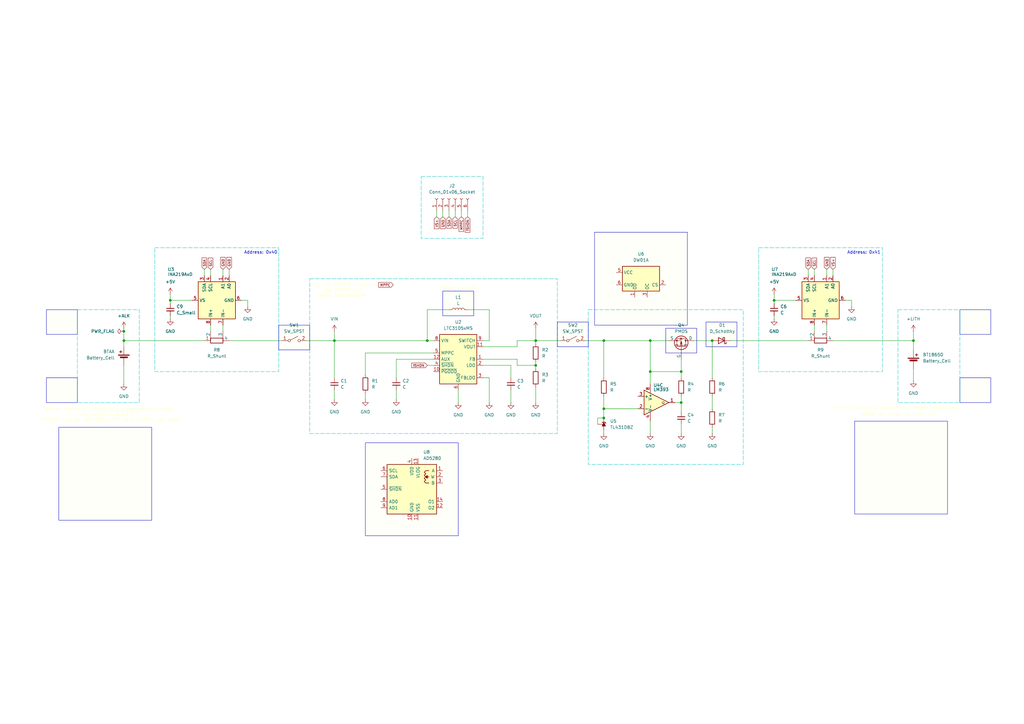
<source format=kicad_sch>
(kicad_sch (version 20250114) (generator "eeschema") (generator_version "9.0")
  (paper "A3")
  (title_block (title "Joule Thief") (date "2025-02-25") (rev "R0 V1") (company "Suneater Labs"))
  (lib_symbols
    (symbol "Battery_Management:DW01A"
      (property "Reference" "U" (at -6.604 6.35 0))
      (property "Value" "DW01A" (at 4.318 6.604 0))
      (symbol "DW01A_0_1"
        (pin power_in line (at -10.16 2.54 0) (length 2.54) (name "VCC") (number "5"))
        (pin power_in line (at -10.16 -2.54 0) (length 2.54) (name "GND") (number "6"))
        (pin output line (at -2.54 -7.62 90) (length 2.54) (name "OD") (number "1"))
        (pin output line (at 2.54 -7.62 90) (length 2.54) (name "OC") (number "3"))
        (pin input line (at 10.16 -2.54 180) (length 2.54) (name "CS") (number "2"))
      )
      (symbol "DW01A_1_1"
        (rectangle (start -7.62 5.08) (end 7.62 -5.08) (stroke (width 0.254)) (fill (type background)))
        (pin no_connect line (at 10.16 2.54 180) (length 2.54) (hide yes) (name "TD") (number "4"))
      )
    )
    (symbol "Comparator:LM393" (pin_names (offset 0.127))
      (property "Reference" "U" (at 3.81 3.81 0))
      (property "Value" "LM393" (at 6.35 -3.81 0))
      (symbol "LM393_1_1"
        (polyline (pts (xy -5.08 5.08) (xy 5.08 0) (xy -5.08 -5.08) (xy -5.08 5.08)) (stroke (width 0.254)) (fill (type background)))
        (polyline (pts (xy 3.302 -0.508) (xy 2.794 -0.508) (xy 3.302 0) (xy 2.794 0.508) (xy 2.286 0) (xy 2.794 -0.508) (xy 2.286 -0.508)) (stroke (width 0.127)))
        (pin input line (at -7.62 2.54 0) (length 2.54) (name "+") (number "3"))
        (pin input line (at -7.62 -2.54 0) (length 2.54) (name "-") (number "2"))
        (pin open_collector line (at 7.62 0 180) (length 2.54) (name "~") (number "1"))
      )
      (symbol "LM393_2_1"
        (polyline (pts (xy -5.08 5.08) (xy 5.08 0) (xy -5.08 -5.08) (xy -5.08 5.08)) (stroke (width 0.254)) (fill (type background)))
        (polyline (pts (xy 3.302 -0.508) (xy 2.794 -0.508) (xy 3.302 0) (xy 2.794 0.508) (xy 2.286 0) (xy 2.794 -0.508) (xy 2.286 -0.508)) (stroke (width 0.127)))
        (pin input line (at -7.62 2.54 0) (length 2.54) (name "+") (number "5"))
        (pin input line (at -7.62 -2.54 0) (length 2.54) (name "-") (number "6"))
        (pin open_collector line (at 7.62 0 180) (length 2.54) (name "~") (number "7"))
      )
      (symbol "LM393_3_1"
        (pin power_in line (at -2.54 7.62 270) (length 3.81) (name "V+") (number "8"))
        (pin power_in line (at -2.54 -7.62 90) (length 3.81) (name "V-") (number "4"))
      )
    )
    (symbol "Connector:Conn_01x06_Socket" (pin_names (offset 1.016) (hide yes))
      (property "Reference" "J" (at 0 7.62 0))
      (property "Value" "Conn_01x06_Socket" (at 0 -10.16 0))
      (symbol "Conn_01x06_Socket_1_1"
        (polyline (pts (xy -1.27 5.08) (xy -0.508 5.08)) (stroke (width 0.1524)))
        (polyline (pts (xy -1.27 2.54) (xy -0.508 2.54)) (stroke (width 0.1524)))
        (polyline (pts (xy -1.27 0) (xy -0.508 0)) (stroke (width 0.1524)))
        (polyline (pts (xy -1.27 -2.54) (xy -0.508 -2.54)) (stroke (width 0.1524)))
        (polyline (pts (xy -1.27 -5.08) (xy -0.508 -5.08)) (stroke (width 0.1524)))
        (polyline (pts (xy -1.27 -7.62) (xy -0.508 -7.62)) (stroke (width 0.1524)))
        (arc (start 0 4.572) (mid -0.5058 5.08) (end 0 5.588) (stroke (width 0.1524)))
        (arc (start 0 2.032) (mid -0.5058 2.54) (end 0 3.048) (stroke (width 0.1524)))
        (arc (start 0 -0.508) (mid -0.5058 0) (end 0 0.508) (stroke (width 0.1524)))
        (arc (start 0 -3.048) (mid -0.5058 -2.54) (end 0 -2.032) (stroke (width 0.1524)))
        (arc (start 0 -5.588) (mid -0.5058 -5.08) (end 0 -4.572) (stroke (width 0.1524)))
        (arc (start 0 -8.128) (mid -0.5058 -7.62) (end 0 -7.112) (stroke (width 0.1524)))
        (pin passive line (at -5.08 5.08 0) (length 3.81) (name "Pin_1") (number "1"))
        (pin passive line (at -5.08 2.54 0) (length 3.81) (name "Pin_2") (number "2"))
        (pin passive line (at -5.08 0 0) (length 3.81) (name "Pin_3") (number "3"))
        (pin passive line (at -5.08 -2.54 0) (length 3.81) (name "Pin_4") (number "4"))
        (pin passive line (at -5.08 -5.08 0) (length 3.81) (name "Pin_5") (number "5"))
        (pin passive line (at -5.08 -7.62 0) (length 3.81) (name "Pin_6") (number "6"))
      )
    )
    (symbol "Device:Battery_Cell" (pin_numbers (hide yes)) (pin_names (offset 0) (hide yes))
      (property "Reference" "BT" (at 2.54 2.54 0))
      (property "Value" "Battery_Cell" (at 2.54 0 0))
      (symbol "Battery_Cell_0_1"
        (rectangle (start -2.286 1.778) (end 2.286 1.524) (fill (type outline)))
        (rectangle (start -1.524 1.016) (end 1.524 0.508) (fill (type outline)))
        (polyline (pts (xy 0 1.778) (xy 0 2.54)))
        (polyline (pts (xy 0 0.762) (xy 0 0)))
        (polyline (pts (xy 0.762 3.048) (xy 1.778 3.048)) (stroke (width 0.254)))
        (polyline (pts (xy 1.27 3.556) (xy 1.27 2.54)) (stroke (width 0.254)))
      )
      (symbol "Battery_Cell_1_1"
        (pin passive line (at 0 5.08 270) (length 2.54) (name "+") (number "1"))
        (pin passive line (at 0 -2.54 90) (length 2.54) (name "-") (number "2"))
      )
    )
    (symbol "Device:C_Small" (pin_numbers (hide yes)) (pin_names (offset 0.254) (hide yes))
      (property "Reference" "C" (at 0.254 1.778 0))
      (property "Value" "C_Small" (at 0.254 -2.032 0))
      (symbol "C_Small_0_1"
        (polyline (pts (xy -1.524 0.508) (xy 1.524 0.508)) (stroke (width 0.3048)))
        (polyline (pts (xy -1.524 -0.508) (xy 1.524 -0.508)) (stroke (width 0.3302)))
      )
      (symbol "C_Small_1_1"
        (pin passive line (at 0 2.54 270) (length 2.032) (name "~") (number "1"))
        (pin passive line (at 0 -2.54 90) (length 2.032) (name "~") (number "2"))
      )
    )
    (symbol "Device:D_Schottky" (pin_numbers (hide yes)) (pin_names (offset 1.016) (hide yes))
      (property "Reference" "D" (at 0 2.54 0))
      (property "Value" "D_Schottky" (at 0 -2.54 0))
      (symbol "D_Schottky_0_1"
        (polyline (pts (xy -1.905 0.635) (xy -1.905 1.27) (xy -1.27 1.27) (xy -1.27 -1.27) (xy -0.635 -1.27) (xy -0.635 -0.635)) (stroke (width 0.254)))
        (polyline (pts (xy 1.27 1.27) (xy 1.27 -1.27) (xy -1.27 0) (xy 1.27 1.27)) (stroke (width 0.254)))
        (polyline (pts (xy 1.27 0) (xy -1.27 0)))
      )
      (symbol "D_Schottky_1_1"
        (pin passive line (at -3.81 0 0) (length 2.54) (name "K") (number "1"))
        (pin passive line (at 3.81 0 180) (length 2.54) (name "A") (number "2"))
      )
    )
    (symbol "Device:L" (pin_numbers (hide yes)) (pin_names (offset 1.016) (hide yes))
      (property "Reference" "L" (at -1.27 0 90))
      (property "Value" "L" (at 1.905 0 90))
      (symbol "L_0_1"
        (arc (start 0 2.54) (mid 0.6323 1.905) (end 0 1.27))
        (arc (start 0 1.27) (mid 0.6323 0.635) (end 0 0))
        (arc (start 0 0) (mid 0.6323 -0.635) (end 0 -1.27))
        (arc (start 0 -1.27) (mid 0.6323 -1.905) (end 0 -2.54))
      )
      (symbol "L_1_1"
        (pin passive line (at 0 3.81 270) (length 1.27) (name "1") (number "1"))
        (pin passive line (at 0 -3.81 90) (length 1.27) (name "2") (number "2"))
      )
    )
    (symbol "Device:R" (pin_numbers (hide yes)) (pin_names (offset 0))
      (property "Reference" "R" (at 2.032 0 90))
      (property "Value" "R" (at 0 0 90))
      (symbol "R_0_1"
        (rectangle (start -1.016 -2.54) (end 1.016 2.54) (stroke (width 0.254)))
      )
      (symbol "R_1_1"
        (pin passive line (at 0 3.81 270) (length 1.27) (name "~") (number "1"))
        (pin passive line (at 0 -3.81 90) (length 1.27) (name "~") (number "2"))
      )
    )
    (symbol "Device:R_Shunt" (pin_numbers (hide yes)) (pin_names (offset 0))
      (property "Reference" "R" (at -4.445 0 90))
      (property "Value" "R_Shunt" (at -2.54 0 90))
      (symbol "R_Shunt_0_1"
        (rectangle (start -1.016 -2.54) (end 1.016 2.54) (stroke (width 0.254)))
        (polyline (pts (xy 0 -2.54) (xy 1.27 -2.54)))
        (polyline (pts (xy 1.27 2.54) (xy 0 2.54)))
      )
      (symbol "R_Shunt_1_1"
        (pin passive line (at 0 5.08 270) (length 2.54) (name "1") (number "1"))
        (pin passive line (at 0 -5.08 90) (length 2.54) (name "4") (number "4"))
        (pin passive line (at 3.81 2.54 180) (length 2.54) (name "2") (number "2"))
        (pin passive line (at 3.81 -2.54 180) (length 2.54) (name "3") (number "3"))
      )
    )
    (symbol "Potentiometer_Digital:AD5280" (pin_names (offset 0.762))
      (property "Reference" "U" (at -7.62 11.43 0))
      (property "Value" "AD5280" (at 5.588 11.43 0))
      (symbol "AD5280_0_1"
        (rectangle (start -10.16 10.16) (end 10.16 -10.16) (stroke (width 0.254)) (fill (type background)))
        (polyline (pts (xy 6.985 7.62) (xy 5.715 7.62) (xy 5.08 6.985) (xy 5.715 6.35) (xy 5.08 5.715) (xy 5.715 5.08) (xy 5.08 4.445) (xy 5.715 3.81) (xy 5.08 3.175) (xy 5.715 2.54) (xy 6.985 2.54)) (stroke (width 0.254)))
        (polyline (pts (xy 6.985 5.08) (xy 6.35 5.08) (xy 5.715 5.08) (xy 6.35 5.715) (xy 6.35 4.445) (xy 5.715 5.08)) (stroke (width 0.254)) (fill (type outline)))
      )
      (symbol "AD5280_1_1"
        (pin input line (at -12.7 7.62 0) (length 2.54) (name "SCL") (number "6"))
        (pin bidirectional line (at -12.7 5.08 0) (length 2.54) (name "SDA") (number "7"))
        (pin input line (at -12.7 0 0) (length 2.54) (name "~{SHDN}") (number "5"))
        (pin input line (at -12.7 -5.08 0) (length 2.54) (name "AD0") (number "8"))
        (pin input line (at -12.7 -7.62 0) (length 2.54) (name "AD1") (number "9"))
        (pin power_in line (at 0 12.7 270) (length 2.54) (name "VDD") (number "4"))
        (pin power_in line (at 0 -12.7 90) (length 2.54) (name "GND") (number "10"))
        (pin power_in line (at 2.54 12.7 270) (length 2.54) (name "VLOG") (number "13"))
        (pin power_in line (at 2.54 -12.7 90) (length 2.54) (name "VSS") (number "11"))
        (pin passive line (at 12.7 7.62 180) (length 2.54) (name "A") (number "1"))
        (pin passive line (at 12.7 5.08 180) (length 2.54) (name "W") (number "2"))
        (pin passive line (at 12.7 2.54 180) (length 2.54) (name "B") (number "3"))
        (pin output line (at 12.7 -5.08 180) (length 2.54) (name "O1") (number "14"))
        (pin output line (at 12.7 -7.62 180) (length 2.54) (name "O2") (number "12"))
      )
    )
    (symbol "Reference_Voltage:TL431DBZ" (pin_numbers (hide yes)) (pin_names (hide yes))
      (property "Reference" "U" (at -2.54 2.54 0))
      (property "Value" "TL431DBZ" (at 0 -2.54 0))
      (symbol "TL431DBZ_0_1"
        (polyline (pts (xy -1.27 0) (xy 0 0) (xy 1.27 0)))
        (polyline (pts (xy -0.762 -0.762) (xy -0.762 0.762) (xy 0.762 0) (xy -0.762 -0.762)) (fill (type outline)))
        (polyline (pts (xy 0.254 -0.762) (xy 0.762 -0.762) (xy 0.762 0.762) (xy 0.762 0.762)) (stroke (width 0.254)))
      )
      (symbol "TL431DBZ_1_1"
        (pin passive line (at -2.54 0 0) (length 2.54) (name "A") (number "3"))
        (pin passive line (at 0 2.54 270) (length 2.54) (name "REF") (number "2"))
        (pin passive line (at 2.54 0 180) (length 2.54) (name "K") (number "1"))
      )
    )
    (symbol "Regulator_Switching:LTC3105xMS"
      (property "Reference" "U" (at -6.35 11.43 0))
      (property "Value" "LTC3105xMS" (at 5.08 11.43 0))
      (symbol "LTC3105xMS_0_0"
        (pin power_in line (at -10.16 7.62 0) (length 2.54) (name "VIN") (number "8"))
        (pin input line (at -10.16 2.54 0) (length 2.54) (name "MPPC") (number "5"))
        (pin output line (at -10.16 0 0) (length 2.54) (name "AUX") (number "12"))
        (pin input line (at -10.16 -2.54 0) (length 2.54) (name "~{SHDN}") (number "4"))
        (pin open_collector line (at -10.16 -5.08 0) (length 2.54) (name "~{PGOOD}") (number "10"))
        (pin power_in line (at 0 -12.7 90) (length 2.54) (name "GND") (number "6"))
        (pin passive line (at 0 -12.7 90) (length 2.54) (hide yes) (name "GND") (number "7"))
        (pin passive line (at 10.16 7.62 180) (length 2.54) (name "SWITCH") (number "9"))
        (pin power_out line (at 10.16 5.08 180) (length 2.54) (name "VOUT") (number "11"))
        (pin input line (at 10.16 0 180) (length 2.54) (name "FB") (number "1"))
        (pin output line (at 10.16 -2.54 180) (length 2.54) (name "LDO") (number "2"))
        (pin input line (at 10.16 -7.62 180) (length 2.54) (name "FBLDO") (number "3"))
      )
      (symbol "LTC3105xMS_0_1"
        (rectangle (start -7.62 -10.16) (end 7.62 10.16) (stroke (width 0.254)) (fill (type background)))
      )
    )
    (symbol "Sensor_Energy:INA219AxD"
      (property "Reference" "U" (at -6.35 8.89 0))
      (property "Value" "INA219AxD" (at 5.08 8.89 0))
      (symbol "INA219AxD_0_1"
        (rectangle (start -7.62 7.62) (end 7.62 -7.62) (stroke (width 0.254)) (fill (type background)))
      )
      (symbol "INA219AxD_1_1"
        (pin input line (at -10.16 2.54 0) (length 2.54) (name "IN+") (number "8"))
        (pin input line (at -10.16 -2.54 0) (length 2.54) (name "IN-") (number "7"))
        (pin power_in line (at 0 10.16 270) (length 2.54) (name "VS") (number "5"))
        (pin power_in line (at 0 -10.16 90) (length 2.54) (name "GND") (number "6"))
        (pin bidirectional line (at 10.16 5.08 180) (length 2.54) (name "SDA") (number "3"))
        (pin input line (at 10.16 2.54 180) (length 2.54) (name "SCL") (number "4"))
        (pin input line (at 10.16 -2.54 180) (length 2.54) (name "A1") (number "1"))
        (pin input line (at 10.16 -5.08 180) (length 2.54) (name "A0") (number "2"))
      )
    )
    (symbol "Simulation_SPICE:PMOS" (pin_numbers (hide yes)) (pin_names (offset 0))
      (property "Reference" "Q" (at 5.08 1.27 0))
      (property "Value" "PMOS" (at 5.08 -1.27 0))
      (symbol "PMOS_0_1"
        (polyline (pts (xy 0.254 1.905) (xy 0.254 -1.905)) (stroke (width 0.254)))
        (polyline (pts (xy 0.254 0) (xy -2.54 0)))
        (polyline (pts (xy 0.762 2.286) (xy 0.762 1.27)) (stroke (width 0.254)))
        (polyline (pts (xy 0.762 1.778) (xy 3.302 1.778) (xy 3.302 -1.778) (xy 0.762 -1.778)))
        (polyline (pts (xy 0.762 0.508) (xy 0.762 -0.508)) (stroke (width 0.254)))
        (polyline (pts (xy 0.762 -1.27) (xy 0.762 -2.286)) (stroke (width 0.254)))
        (circle (center 1.651 0) (radius 2.794) (stroke (width 0.254)))
        (polyline (pts (xy 2.286 0) (xy 1.27 0.381) (xy 1.27 -0.381) (xy 2.286 0)) (fill (type outline)))
        (polyline (pts (xy 2.54 2.54) (xy 2.54 1.778)))
        (circle (center 2.54 1.778) (radius 0.254) (fill (type outline)))
        (circle (center 2.54 -1.778) (radius 0.254) (fill (type outline)))
        (polyline (pts (xy 2.54 -2.54) (xy 2.54 0) (xy 0.762 0)))
        (polyline (pts (xy 2.794 -0.508) (xy 2.921 -0.381) (xy 3.683 -0.381) (xy 3.81 -0.254)))
        (polyline (pts (xy 3.302 -0.381) (xy 2.921 0.254) (xy 3.683 0.254) (xy 3.302 -0.381)))
      )
      (symbol "PMOS_1_1"
        (pin input line (at -5.08 0 0) (length 2.54) (name "G") (number "2"))
        (pin passive line (at 2.54 5.08 270) (length 2.54) (name "D") (number "1"))
        (pin passive line (at 2.54 -5.08 90) (length 2.54) (name "S") (number "3"))
      )
    )
    (symbol "Switch:SW_SPST" (pin_names (offset 0) (hide yes))
      (property "Reference" "SW" (at 0 3.175 0))
      (property "Value" "SW_SPST" (at 0 -2.54 0))
      (symbol "SW_SPST_0_0"
        (circle (center -2.032 0) (radius 0.508))
        (polyline (pts (xy -1.524 0.254) (xy 1.524 1.778)))
        (circle (center 2.032 0) (radius 0.508))
      )
      (symbol "SW_SPST_1_1"
        (pin passive line (at -5.08 0 0) (length 2.54) (name "A") (number "1"))
        (pin passive line (at 5.08 0 180) (length 2.54) (name "B") (number "2"))
      )
    )
    (symbol "power:+5V" (power) (pin_numbers (hide yes)) (pin_names (offset 0) (hide yes))
      (property "Value" "+5V" (at 0 3.556 0))
      (symbol "+5V_0_1"
        (polyline (pts (xy -0.762 1.27) (xy 0 2.54)))
        (polyline (pts (xy 0 2.54) (xy 0.762 1.27)))
        (polyline (pts (xy 0 0) (xy 0 2.54)))
      )
      (symbol "+5V_1_1"
        (pin power_in line (at 0 0 90) (length 0) (name "~") (number "1"))
      )
    )
    (symbol "power:+BATT" (power) (pin_numbers (hide yes)) (pin_names (offset 0) (hide yes))
      (property "Value" "+BATT" (at 0 3.556 0))
      (symbol "+BATT_0_1"
        (polyline (pts (xy -0.762 1.27) (xy 0 2.54)))
        (polyline (pts (xy 0 2.54) (xy 0.762 1.27)))
        (polyline (pts (xy 0 0) (xy 0 2.54)))
      )
      (symbol "+BATT_1_1"
        (pin power_in line (at 0 0 90) (length 0) (name "~") (number "1"))
      )
    )
    (symbol "power:GND" (power) (pin_numbers (hide yes)) (pin_names (offset 0) (hide yes))
      (property "Value" "GND" (at 0 -3.81 0))
      (symbol "GND_0_1"
        (polyline (pts (xy 0 0) (xy 0 -1.27) (xy 1.27 -1.27) (xy 0 -2.54) (xy -1.27 -1.27) (xy 0 -1.27)))
      )
      (symbol "GND_1_1"
        (pin power_in line (at 0 0 270) (length 0) (name "~") (number "1"))
      )
    )
    (symbol "power:PWR_FLAG" (power) (pin_numbers (hide yes)) (pin_names (offset 0) (hide yes))
      (property "Value" "PWR_FLAG" (at 0 3.81 0))
      (symbol "PWR_FLAG_0_0"
        (pin power_out line (at 0 0 90) (length 0) (name "~") (number "1"))
      )
      (symbol "PWR_FLAG_0_1"
        (polyline (pts (xy 0 0) (xy 0 1.27) (xy -1.016 1.905) (xy 0 2.54) (xy 1.016 1.905) (xy 0 1.27)))
      )
    )
    (symbol "power:VBUS" (power) (pin_numbers (hide yes)) (pin_names (offset 0) (hide yes))
      (property "Value" "VBUS" (at 0 3.556 0))
      (symbol "VBUS_0_1"
        (polyline (pts (xy -0.762 1.27) (xy 0 2.54)))
        (polyline (pts (xy 0 2.54) (xy 0.762 1.27)))
        (polyline (pts (xy 0 0) (xy 0 2.54)))
      )
      (symbol "VBUS_1_1"
        (pin power_in line (at 0 0 90) (length 0) (name "~") (number "1"))
      )
    )
  )
  (rectangle (start 19.05 154.94) (end 31.75 165.1) (fill (type color) (color 255 255 194 0.1)))
  (rectangle (start 181.61 119.38) (end 194.31 129.54) (fill (type color) (color 255 255 194 0.1)))
  (rectangle (start 228.6 132.08) (end 241.3 142.24) (fill (type color) (color 255 255 194 0.1)))
  (rectangle (start 350.52 172.72) (end 388.62 210.82) (fill (type color) (color 255 255 194 0.1)))
  (rectangle (start 63.5 101.6) (end 114.3 152.4) (stroke (width 0) (type dash) (color 0 194 194 1)))
  (rectangle (start 31.75 127) (end 57.15 165.1) (stroke (width 0) (type dash) (color 0 194 194 1)))
  (rectangle (start 241.3 127) (end 304.8 190.5) (stroke (width 0) (type dash) (color 0 194 194 1)))
  (rectangle (start 24.13 175.26) (end 62.23 213.36) (fill (type color) (color 255 255 194 0.1)))
  (rectangle (start 273.05 134.62) (end 285.75 144.78) (fill (type color) (color 255 255 194 0.1)))
  (rectangle (start 393.7 154.94) (end 406.4 165.1) (fill (type color) (color 255 255 194 0.1)))
  (rectangle (start 289.56 132.08) (end 302.26 142.24) (fill (type color) (color 255 255 194 0.1)))
  (rectangle (start 114.3 133.35) (end 127 143.51) (fill (type color) (color 255 255 194 0.1)))
  (rectangle (start 127 114.3) (end 228.6 177.8) (stroke (width 0) (type dash) (color 0 194 194 1)))
  (rectangle (start 243.84 95.25) (end 281.94 133.35) (fill (type color) (color 255 255 194 0.1)))
  (rectangle (start 311.15 101.6) (end 361.95 152.4) (stroke (width 0) (type dash) (color 0 194 194 1)))
  (rectangle (start 393.7 127) (end 406.4 137.16) (fill (type color) (color 255 255 194 0.1)))
  (rectangle (start 19.05 127) (end 31.75 137.16) (fill (type color) (color 255 255 194 0.1)))
  (rectangle (start 368.3 127) (end 393.7 165.1) (stroke (width 0) (type dash) (color 0 194 194 1)))
  (rectangle (start 172.72 72.39) (end 198.12 97.79) (stroke (width 0) (type dash) (color 0 194 194 1)))
  (rectangle (start 149.86 181.61) (end 187.96 219.71) (fill (type color) (color 255 255 194 0.1)))
  (text "Use PGOOD pin?" (at 140.716 119.126 0) (effects (font (size 1.27 1.27))))
  (text "Terminal Blocks to connect to a proper battery holder" (at 43.942 167.894 0) (effects (font (size 1.27 1.27))))
  (text "Address: 0x41" (at 354.33 103.632 0) (effects (font (size 1.27 1.27))))
  (text "cell holder on board or?\nIntention is to be compatible with many alkaline cell sizes" (at 44.704 171.196 0) (effects (font (size 1.27 1.27))))
  (text "18650 cell holder on board or?" (at 368.3 170.18 0) (effects (font (size 1.27 1.27))))
  (text "Address: 0x40" (at 106.934 103.632 0) (effects (font (size 1.27 1.27))))
  (text "Proper Inductor" (at 187.96 118.11 0) (effects (font (size 1.27 1.27))))
  (text "Digital Potentiometer" (at 140.208 121.412 0) (effects (font (size 1.27 1.27))))
  (text "Terminal Blocks to connect to a proper battery pack" (at 367.538 167.386 0) (effects (font (size 1.27 1.27))))
  (text "Use the SHDN pin instead\n" (at 140.716 116.84 0) (effects (font (size 1.27 1.27))))
  (junction (at 247.65 171.45))
  (junction (at 374.65 139.7))
  (junction (at 279.4 165.1))
  (junction (at 175.26 139.7))
  (junction (at 247.65 139.7))
  (junction (at 219.71 149.86))
  (junction (at 247.65 167.64))
  (junction (at 317.5 123.19))
  (junction (at 266.7 152.4))
  (junction (at 50.8 135.89))
  (junction (at 219.71 139.7))
  (junction (at 266.7 139.7))
  (junction (at 292.1 139.7))
  (junction (at 69.85 123.19))
  (junction (at 279.4 152.4))
  (junction (at 137.16 139.7))
  (junction (at 50.8 139.7))
  (wire (pts (xy 149.86 144.78) (xy 149.86 153.67)))
  (wire (pts (xy 198.12 142.24) (xy 212.09 142.24)))
  (wire (pts (xy 86.36 133.35) (xy 86.36 135.89)))
  (wire (pts (xy 83.82 110.49) (xy 83.82 113.03)))
  (wire (pts (xy 184.15 86.36) (xy 184.15 88.9)))
  (wire (pts (xy 187.96 160.02) (xy 187.96 165.1)))
  (wire (pts (xy 374.65 135.89) (xy 374.65 139.7)))
  (wire (pts (xy 198.12 149.86) (xy 209.55 149.86)))
  (wire (pts (xy 50.8 139.7) (xy 83.82 139.7)))
  (wire (pts (xy 149.86 161.29) (xy 149.86 163.83)))
  (wire (pts (xy 292.1 177.8) (xy 292.1 175.26)))
  (wire (pts (xy 209.55 160.02) (xy 209.55 165.1)))
  (wire (pts (xy 69.85 123.19) (xy 69.85 124.46)))
  (wire (pts (xy 162.56 147.32) (xy 162.56 154.94)))
  (wire (pts (xy 339.09 133.35) (xy 339.09 135.89)))
  (wire (pts (xy 334.01 110.49) (xy 334.01 113.03)))
  (wire (pts (xy 198.12 147.32) (xy 212.09 147.32)))
  (wire (pts (xy 279.4 173.99) (xy 279.4 177.8)))
  (wire (pts (xy 279.4 165.1) (xy 279.4 168.91)))
  (wire (pts (xy 266.7 152.4) (xy 266.7 157.48)))
  (wire (pts (xy 247.65 139.7) (xy 266.7 139.7)))
  (wire (pts (xy 292.1 167.64) (xy 292.1 162.56)))
  (wire (pts (xy 175.26 127) (xy 184.15 127)))
  (wire (pts (xy 219.71 148.59) (xy 219.71 149.86)))
  (wire (pts (xy 245.11 173.99) (xy 245.11 171.45)))
  (wire (pts (xy 101.6 123.19) (xy 101.6 125.73)))
  (wire (pts (xy 175.26 139.7) (xy 177.8 139.7)))
  (wire (pts (xy 266.7 139.7) (xy 266.7 152.4)))
  (wire (pts (xy 219.71 149.86) (xy 219.71 151.13)))
  (wire (pts (xy 339.09 110.49) (xy 339.09 113.03)))
  (wire (pts (xy 137.16 135.89) (xy 137.16 139.7)))
  (wire (pts (xy 299.72 139.7) (xy 331.47 139.7)))
  (wire (pts (xy 349.25 123.19) (xy 349.25 125.73)))
  (wire (pts (xy 317.5 129.54) (xy 317.5 130.81)))
  (wire (pts (xy 279.4 154.94) (xy 279.4 152.4)))
  (wire (pts (xy 247.65 154.94) (xy 247.65 139.7)))
  (wire (pts (xy 247.65 176.53) (xy 247.65 177.8)))
  (wire (pts (xy 93.98 139.7) (xy 115.57 139.7)))
  (wire (pts (xy 99.06 123.19) (xy 101.6 123.19)))
  (wire (pts (xy 331.47 110.49) (xy 331.47 113.03)))
  (wire (pts (xy 86.36 110.49) (xy 86.36 113.03)))
  (wire (pts (xy 125.73 139.7) (xy 137.16 139.7)))
  (wire (pts (xy 292.1 139.7) (xy 284.48 139.7)))
  (wire (pts (xy 175.26 149.86) (xy 177.8 149.86)))
  (wire (pts (xy 219.71 139.7) (xy 219.71 140.97)))
  (wire (pts (xy 374.65 139.7) (xy 374.65 143.51)))
  (wire (pts (xy 247.65 167.64) (xy 261.62 167.64)))
  (wire (pts (xy 212.09 142.24) (xy 212.09 139.7)))
  (wire (pts (xy 93.98 110.49) (xy 93.98 113.03)))
  (wire (pts (xy 247.65 171.45) (xy 247.65 167.64)))
  (wire (pts (xy 91.44 110.49) (xy 91.44 113.03)))
  (wire (pts (xy 181.61 86.36) (xy 181.61 88.9)))
  (wire (pts (xy 209.55 149.86) (xy 209.55 154.94)))
  (wire (pts (xy 137.16 139.7) (xy 175.26 139.7)))
  (wire (pts (xy 219.71 139.7) (xy 229.87 139.7)))
  (wire (pts (xy 212.09 139.7) (xy 219.71 139.7)))
  (wire (pts (xy 334.01 133.35) (xy 334.01 135.89)))
  (wire (pts (xy 198.12 139.7) (xy 200.66 139.7)))
  (wire (pts (xy 317.5 123.19) (xy 326.39 123.19)))
  (wire (pts (xy 162.56 160.02) (xy 162.56 163.83)))
  (wire (pts (xy 266.7 139.7) (xy 274.32 139.7)))
  (wire (pts (xy 245.11 171.45) (xy 247.65 171.45)))
  (wire (pts (xy 219.71 165.1) (xy 219.71 158.75)))
  (wire (pts (xy 200.66 154.94) (xy 200.66 165.1)))
  (wire (pts (xy 189.23 86.36) (xy 189.23 88.9)))
  (wire (pts (xy 317.5 123.19) (xy 317.5 124.46)))
  (wire (pts (xy 279.4 162.56) (xy 279.4 165.1)))
  (wire (pts (xy 69.85 129.54) (xy 69.85 130.81)))
  (wire (pts (xy 91.44 133.35) (xy 91.44 135.89)))
  (wire (pts (xy 317.5 120.65) (xy 317.5 123.19)))
  (wire (pts (xy 341.63 110.49) (xy 341.63 113.03)))
  (wire (pts (xy 276.86 165.1) (xy 279.4 165.1)))
  (wire (pts (xy 374.65 151.13) (xy 374.65 156.21)))
  (wire (pts (xy 292.1 139.7) (xy 292.1 154.94)))
  (wire (pts (xy 69.85 120.65) (xy 69.85 123.19)))
  (wire (pts (xy 69.85 123.19) (xy 78.74 123.19)))
  (wire (pts (xy 50.8 135.89) (xy 50.8 139.7)))
  (wire (pts (xy 212.09 147.32) (xy 212.09 149.86)))
  (wire (pts (xy 212.09 149.86) (xy 219.71 149.86)))
  (wire (pts (xy 266.7 172.72) (xy 266.7 177.8)))
  (wire (pts (xy 346.71 123.19) (xy 349.25 123.19)))
  (wire (pts (xy 50.8 139.7) (xy 50.8 142.24)))
  (wire (pts (xy 341.63 139.7) (xy 374.65 139.7)))
  (wire (pts (xy 186.69 86.36) (xy 186.69 88.9)))
  (wire (pts (xy 177.8 144.78) (xy 149.86 144.78)))
  (wire (pts (xy 200.66 127) (xy 200.66 139.7)))
  (wire (pts (xy 247.65 162.56) (xy 247.65 167.64)))
  (wire (pts (xy 198.12 154.94) (xy 200.66 154.94)))
  (wire (pts (xy 137.16 139.7) (xy 137.16 154.94)))
  (wire (pts (xy 240.03 139.7) (xy 247.65 139.7)))
  (wire (pts (xy 50.8 149.86) (xy 50.8 157.48)))
  (wire (pts (xy 279.4 147.32) (xy 279.4 152.4)))
  (wire (pts (xy 179.07 86.36) (xy 179.07 88.9)))
  (wire (pts (xy 177.8 147.32) (xy 162.56 147.32)))
  (wire (pts (xy 50.8 134.62) (xy 50.8 135.89)))
  (wire (pts (xy 266.7 152.4) (xy 279.4 152.4)))
  (wire (pts (xy 191.77 86.36) (xy 191.77 88.9)))
  (wire (pts (xy 219.71 134.62) (xy 219.71 139.7)))
  (wire (pts (xy 191.77 127) (xy 200.66 127)))
  (wire (pts (xy 137.16 160.02) (xy 137.16 163.83)))
  (wire (pts (xy 175.26 139.7) (xy 175.26 127)))
  (global_label "GND" (shape input) (at 181.61 88.9 270) (effects (font (size 1 1))) (property "Intersheetrefs" "${INTERSHEET_REFS}" (effects (hide yes))))
  (global_label "GND" (shape input) (at 339.09 110.49 90) (effects (font (size 1 1))) (property "Intersheetrefs" "${INTERSHEET_REFS}" (effects (hide yes))))
  (global_label "SDA" (shape input) (at 184.15 88.9 270) (effects (font (size 1 1))) (property "Intersheetrefs" "${INTERSHEET_REFS}" (effects (hide yes))))
  (global_label "VS+" (shape input) (at 179.07 88.9 270) (effects (font (size 1 1))) (property "Intersheetrefs" "${INTERSHEET_REFS}" (effects (hide yes))))
  (global_label "MPPC" (shape input) (at 161.29 116.84 180) (effects (font (size 1 1))) (property "Intersheetrefs" "${INTERSHEET_REFS}" (effects (hide yes))))
  (global_label "!SHDN" (shape input) (at 175.26 149.86 180) (effects (font (size 1 1))) (property "Intersheetrefs" "${INTERSHEET_REFS}" (effects (hide yes))))
  (global_label "SCL" (shape input) (at 86.36 110.49 90) (effects (font (size 1 1))) (property "Intersheetrefs" "${INTERSHEET_REFS}" (effects (hide yes))))
  (global_label "GND" (shape input) (at 93.98 110.49 90) (effects (font (size 1 1))) (property "Intersheetrefs" "${INTERSHEET_REFS}" (effects (hide yes))))
  (global_label "MPPC" (shape input) (at 189.23 88.9 270) (effects (font (size 1 1))) (property "Intersheetrefs" "${INTERSHEET_REFS}" (effects (hide yes))))
  (global_label "SDA" (shape input) (at 83.82 110.49 90) (effects (font (size 1 1))) (property "Intersheetrefs" "${INTERSHEET_REFS}" (effects (hide yes))))
  (global_label "SCL" (shape input) (at 334.01 110.49 90) (effects (font (size 1 1))) (property "Intersheetrefs" "${INTERSHEET_REFS}" (effects (hide yes))))
  (global_label "SDA" (shape input) (at 331.47 110.49 90) (effects (font (size 1 1))) (property "Intersheetrefs" "${INTERSHEET_REFS}" (effects (hide yes))))
  (global_label "GND" (shape input) (at 91.44 110.49 90) (effects (font (size 1 1))) (property "Intersheetrefs" "${INTERSHEET_REFS}" (effects (hide yes))))
  (global_label "SCL" (shape input) (at 186.69 88.9 270) (effects (font (size 1 1))) (property "Intersheetrefs" "${INTERSHEET_REFS}" (effects (hide yes))))
  (global_label "VS+" (shape input) (at 341.63 110.49 90) (effects (font (size 1 1))) (property "Intersheetrefs" "${INTERSHEET_REFS}" (effects (hide yes))))
  (global_label "!SHDN" (shape input) (at 191.77 88.9 270) (effects (font (size 1 1))) (property "Intersheetrefs" "${INTERSHEET_REFS}" (effects (hide yes))))
  (symbol (lib_id "power:GND") (at 266.7 177.8 0) (unit 1)
    (property "Reference" "#PWR012" (effects (hide yes)))
    (property "Value" "GND" (at 266.7 182.88 0))
    (property "Description" "Power symbol creates a global label with name \"GND\" , ground" (effects (hide yes)))
  )
  (symbol (lib_id "power:GND") (at 349.25 125.73 0) (unit 1)
    (property "Reference" "#PWR023" (effects (hide yes)))
    (property "Value" "GND" (at 349.25 130.81 0))
    (property "Description" "Power symbol creates a global label with name \"GND\" , ground" (effects (hide yes)))
  )
  (symbol (lib_id "power:GND") (at 317.5 130.81 0) (unit 1)
    (property "Reference" "#PWR022" (effects (hide yes)))
    (property "Value" "GND" (at 317.5 135.89 0))
    (property "Description" "Power symbol creates a global label with name \"GND\" , ground" (effects (hide yes)))
  )
  (symbol (lib_id "Regulator_Switching:LTC3105xMS") (at 187.96 147.32 0) (unit 1)
    (property "Reference" "U2" (at 187.96 132.08 0))
    (property "Value" "LTC3105xMS" (at 187.96 134.62 0))
    (property "Footprint" "Package_SO:MSOP-12_3x4mm_P0.65mm" (effects (hide yes)))
    (property "Datasheet" "https://www.analog.com/media/en/technical-documentation/data-sheets/3105fb.pdf" (effects (hide yes)))
    (property "Description" "400mA Step-Up DC/DC Converter with Maximum Power Point Control and 250mV Start-Up, MSOP-12" (effects (hide yes)))
  )
  (symbol (lib_id "power:GND") (at 374.65 156.21 0) (unit 1)
    (property "Reference" "#PWR016" (effects (hide yes)))
    (property "Value" "GND" (at 374.65 161.29 0))
    (property "Description" "Power symbol creates a global label with name \"GND\" , ground" (effects (hide yes)))
  )
  (symbol (lib_id "Simulation_SPICE:PMOS") (at 279.4 142.24 270) (mirror x) (unit 1)
    (property "Reference" "Q4" (at 279.4 133.35 90))
    (property "Value" "PMOS" (at 279.4 135.89 90))
    (property "Datasheet" "https://ngspice.sourceforge.io/docs/ngspice-html-manual/manual.xhtml#cha_MOSFETs" (effects (hide yes)))
    (property "Description" "P-MOSFET transistor, drain/source/gate" (effects (hide yes)))
    (property "Sim.Device" "PMOS" (effects (hide yes)))
    (property "Sim.Type" "VDMOS" (effects (hide yes)))
    (property "Sim.Pins" "1=D 2=G 3=S" (effects (hide yes)))
  )
  (symbol (lib_id "Device:R") (at 292.1 158.75 0) (unit 1)
    (property "Reference" "R6" (at 294.64 157.4799 0) (effects (justify left)))
    (property "Value" "R" (at 294.64 160.0199 0) (effects (justify left)))
    (property "Description" "Resistor" (effects (hide yes)))
  )
  (symbol (lib_id "Device:C_Small") (at 209.55 157.48 0) (unit 1)
    (property "Reference" "C3" (at 212.09 156.2162 0) (effects (justify left)))
    (property "Value" "C" (at 212.09 158.7562 0) (effects (justify left)))
    (property "Description" "Unpolarized capacitor, small symbol" (effects (hide yes)))
  )
  (symbol (lib_id "Device:C_Small") (at 162.56 157.48 0) (unit 1)
    (property "Reference" "C2" (at 165.1 156.2162 0) (effects (justify left)))
    (property "Value" "C" (at 165.1 158.7562 0) (effects (justify left)))
    (property "Description" "Unpolarized capacitor, small symbol" (effects (hide yes)))
  )
  (symbol (lib_id "power:GND") (at 137.16 163.83 0) (unit 1)
    (property "Reference" "#PWR03" (effects (hide yes)))
    (property "Value" "GND" (at 137.16 168.91 0))
    (property "Description" "Power symbol creates a global label with name \"GND\" , ground" (effects (hide yes)))
  )
  (symbol (lib_id "power:GND") (at 247.65 177.8 0) (unit 1)
    (property "Reference" "#PWR014" (effects (hide yes)))
    (property "Value" "GND" (at 247.65 182.88 0))
    (property "Description" "Power symbol creates a global label with name \"GND\" , ground" (effects (hide yes)))
  )
  (symbol (lib_id "Comparator:LM393") (at 269.24 165.1 0) (unit 1)
    (property "Reference" "U4" (effects (hide yes)))
    (property "Value" "LM393" (effects (hide yes)))
    (property "Datasheet" "http://www.ti.com/lit/ds/symlink/lm393.pdf" (effects (hide yes)))
    (property "Description" "Low-Power, Low-Offset Voltage, Dual Comparators, DIP-8/SOIC-8/TO-99-8" (effects (hide yes)))
  )
  (symbol (lib_id "power:GND") (at 162.56 163.83 0) (unit 1)
    (property "Reference" "#PWR05" (effects (hide yes)))
    (property "Value" "GND" (at 162.56 168.91 0))
    (property "Description" "Power symbol creates a global label with name \"GND\" , ground" (effects (hide yes)))
  )
  (symbol (lib_id "Connector:Conn_01x06_Socket") (at 184.15 81.28 90) (unit 1)
    (property "Reference" "J2" (at 185.42 76.2 90))
    (property "Value" "Conn_01x06_Socket" (at 185.42 78.74 90))
    (property "Description" "Generic connector, single row, 01x06, script generated" (effects (hide yes)))
  )
  (symbol (lib_id "power:GND") (at 187.96 165.1 0) (unit 1)
    (property "Reference" "#PWR06" (effects (hide yes)))
    (property "Value" "GND" (at 187.96 170.18 0))
    (property "Description" "Power symbol creates a global label with name \"GND\" , ground" (effects (hide yes)))
  )
  (symbol (lib_id "Reference_Voltage:TL431DBZ") (at 247.65 173.99 90) (unit 1)
    (property "Reference" "U5" (at 250.19 172.7199 90) (effects (justify right)))
    (property "Value" "TL431DBZ" (at 250.19 175.2599 90) (effects (justify right)))
    (property "Footprint" "Package_TO_SOT_SMD:SOT-23" (effects (hide yes)))
    (property "Datasheet" "http://www.ti.com/lit/ds/symlink/tl431.pdf" (effects (hide yes)))
    (property "Description" "Shunt Regulator, SOT-23" (effects (hide yes)))
  )
  (symbol (lib_id "Device:Battery_Cell") (at 50.8 147.32 0) (mirror y) (unit 1)
    (property "Reference" "BTAA" (at 46.99 144.2084 0) (effects (justify left)))
    (property "Value" "Battery_Cell" (at 46.99 146.7484 0) (effects (justify left)))
    (property "Description" "Single-cell battery" (effects (hide yes)))
  )
  (symbol (lib_id "power:GND") (at 200.66 165.1 0) (unit 1)
    (property "Reference" "#PWR08" (effects (hide yes)))
    (property "Value" "GND" (at 200.66 170.18 0))
    (property "Description" "Power symbol creates a global label with name \"GND\" , ground" (effects (hide yes)))
  )
  (symbol (lib_id "power:VBUS") (at 219.71 134.62 0) (unit 1)
    (property "Reference" "#PWR011" (effects (hide yes)))
    (property "Value" "VOUT" (at 219.71 129.54 0))
    (property "Description" "Power symbol creates a global label with name \"VBUS\"" (effects (hide yes)))
  )
  (symbol (lib_id "power:GND") (at 101.6 125.73 0) (unit 1)
    (property "Reference" "#PWR018" (effects (hide yes)))
    (property "Value" "GND" (at 101.6 130.81 0))
    (property "Description" "Power symbol creates a global label with name \"GND\" , ground" (effects (hide yes)))
  )
  (symbol (lib_id "Device:C_Small") (at 69.85 127 0) (unit 1)
    (property "Reference" "C9" (at 72.39 125.7362 0) (effects (justify left)))
    (property "Value" "C_Small" (at 72.39 128.2762 0) (effects (justify left)))
    (property "Description" "Unpolarized capacitor, small symbol" (effects (hide yes)))
  )
  (symbol (lib_id "Device:R_Shunt") (at 88.9 139.7 90) (unit 1)
    (property "Reference" "R8" (at 88.9 143.51 90))
    (property "Value" "R_Shunt" (at 88.9 146.05 90))
    (property "Description" "Shunt resistor" (effects (hide yes)))
  )
  (symbol (lib_id "power:+BATT") (at 374.65 135.89 0) (unit 1)
    (property "Reference" "#PWR017" (effects (hide yes)))
    (property "Value" "+LITH" (at 374.65 130.81 0))
    (property "Description" "Power symbol creates a global label with name \"+BATT\"" (effects (hide yes)))
  )
  (symbol (lib_id "Potentiometer_Digital:AD5280") (at 168.91 200.66 0) (unit 1)
    (property "Reference" "U8" (at 173.5933 185.42 0) (effects (justify left)))
    (property "Value" "AD5280" (at 173.5933 187.96 0) (effects (justify left)))
    (property "Footprint" "Package_SO:TSSOP-14_4.4x5mm_P0.65mm" (effects (hide yes)))
    (property "Datasheet" "https://www.analog.com/media/en/technical-documentation/data-sheets/AD5280_5282.pdf" (effects (hide yes)))
    (property "Description" "Digital potentiometer, 256 position, single output, I2C interface" (effects (hide yes)))
  )
  (symbol (lib_id "power:PWR_FLAG") (at 50.8 135.89 90) (unit 1)
    (property "Reference" "#FLG01" (effects (hide yes)))
    (property "Value" "PWR_FLAG" (at 46.99 135.8899 90) (effects (justify left)))
    (property "Description" "Special symbol for telling ERC where power comes from" (effects (hide yes)))
  )
  (symbol (lib_id "power:GND") (at 279.4 177.8 0) (unit 1)
    (property "Reference" "#PWR013" (effects (hide yes)))
    (property "Value" "GND" (at 279.4 182.88 0))
    (property "Description" "Power symbol creates a global label with name \"GND\" , ground" (effects (hide yes)))
  )
  (symbol (lib_id "Sensor_Energy:INA219AxD") (at 336.55 123.19 90) (unit 1)
    (property "Reference" "U7" (at 317.754 110.49 90))
    (property "Value" "INA219AxD" (at 321.564 112.522 90))
    (property "Footprint" "Package_SO:SOIC-8_3.9x4.9mm_P1.27mm" (effects (hide yes)))
    (property "Datasheet" "http://www.ti.com/lit/ds/symlink/ina219.pdf" (effects (hide yes)))
    (property "Description" "Zero-Drift, Bidirectional Current/Power Monitor (0-26V) With I2C Interface, SOIC-8" (effects (hide yes)))
  )
  (symbol (lib_id "Device:R") (at 149.86 157.48 0) (unit 1)
    (property "Reference" "R1" (at 152.4 156.2099 0) (effects (justify left)))
    (property "Value" "R" (at 152.4 158.7499 0) (effects (justify left)))
    (property "Description" "Resistor" (effects (hide yes)))
  )
  (symbol (lib_id "Switch:SW_SPST") (at 120.65 139.7 0) (unit 1)
    (property "Reference" "SW1" (at 120.65 133.35 0))
    (property "Value" "SW_SPST" (at 120.65 135.89 0))
    (property "Description" "Single Pole Single Throw (SPST) switch" (effects (hide yes)))
  )
  (symbol (lib_id "Device:R_Shunt") (at 336.55 139.7 90) (unit 1)
    (property "Reference" "R9" (at 336.55 143.51 90))
    (property "Value" "R_Shunt" (at 336.55 146.05 90))
    (property "Description" "Shunt resistor" (effects (hide yes)))
  )
  (symbol (lib_id "power:+5V") (at 69.85 120.65 0) (unit 1)
    (property "Reference" "#PWR019" (effects (hide yes)))
    (property "Value" "+5V" (at 69.85 115.57 0))
    (property "Description" "Power symbol creates a global label with name \"+5V\"" (effects (hide yes)))
  )
  (symbol (lib_id "power:+5V") (at 317.5 120.65 0) (unit 1)
    (property "Reference" "#PWR021" (effects (hide yes)))
    (property "Value" "+5V" (at 317.5 115.57 0))
    (property "Description" "Power symbol creates a global label with name \"+5V\"" (effects (hide yes)))
  )
  (symbol (lib_id "power:VBUS") (at 137.16 135.89 0) (unit 1)
    (property "Reference" "#PWR010" (effects (hide yes)))
    (property "Value" "VIN" (at 137.16 130.81 0))
    (property "Description" "Power symbol creates a global label with name \"VBUS\"" (effects (hide yes)))
  )
  (symbol (lib_id "Device:C_Small") (at 137.16 157.48 0) (unit 1)
    (property "Reference" "C1" (at 139.7 156.2162 0) (effects (justify left)))
    (property "Value" "C" (at 139.7 158.7562 0) (effects (justify left)))
    (property "Description" "Unpolarized capacitor, small symbol" (effects (hide yes)))
  )
  (symbol (lib_id "Sensor_Energy:INA219AxD") (at 88.9 123.19 90) (unit 1)
    (property "Reference" "U3" (at 70.104 110.49 90))
    (property "Value" "INA219AxD" (at 73.914 112.522 90))
    (property "Footprint" "Package_SO:SOIC-8_3.9x4.9mm_P1.27mm" (effects (hide yes)))
    (property "Datasheet" "http://www.ti.com/lit/ds/symlink/ina219.pdf" (effects (hide yes)))
    (property "Description" "Zero-Drift, Bidirectional Current/Power Monitor (0-26V) With I2C Interface, SOIC-8" (effects (hide yes)))
  )
  (symbol (lib_id "power:GND") (at 69.85 130.81 0) (unit 1)
    (property "Reference" "#PWR020" (effects (hide yes)))
    (property "Value" "GND" (at 69.85 135.89 0))
    (property "Description" "Power symbol creates a global label with name \"GND\" , ground" (effects (hide yes)))
  )
  (symbol (lib_id "Device:R") (at 279.4 158.75 0) (unit 1)
    (property "Reference" "R4" (at 281.94 157.4799 0) (effects (justify left)))
    (property "Value" "R" (at 281.94 160.0199 0) (effects (justify left)))
    (property "Description" "Resistor" (effects (hide yes)))
  )
  (symbol (lib_id "Device:R") (at 292.1 171.45 0) (unit 1)
    (property "Reference" "R7" (at 294.64 170.1799 0) (effects (justify left)))
    (property "Value" "R" (at 294.64 172.7199 0) (effects (justify left)))
    (property "Description" "Resistor" (effects (hide yes)))
  )
  (symbol (lib_id "Device:R") (at 219.71 154.94 0) (unit 1)
    (property "Reference" "R3" (at 222.25 153.6699 0) (effects (justify left)))
    (property "Value" "R" (at 222.25 156.2099 0) (effects (justify left)))
    (property "Description" "Resistor" (effects (hide yes)))
  )
  (symbol (lib_id "Device:R") (at 219.71 144.78 0) (unit 1)
    (property "Reference" "R2" (at 222.25 143.5099 0) (effects (justify left)))
    (property "Value" "R" (at 222.25 146.0499 0) (effects (justify left)))
    (property "Description" "Resistor" (effects (hide yes)))
  )
  (symbol (lib_id "Device:D_Schottky") (at 295.91 139.7 180) (unit 1)
    (property "Reference" "D1" (at 296.2275 133.35 0))
    (property "Value" "D_Schottky" (at 296.2275 135.89 0))
    (property "Description" "Schottky diode" (effects (hide yes)))
  )
  (symbol (lib_id "Device:L") (at 187.96 127 90) (unit 1)
    (property "Reference" "L1" (at 187.96 121.92 90))
    (property "Value" "L" (at 187.96 124.46 90))
    (property "Description" "Inductor" (effects (hide yes)))
  )
  (symbol (lib_id "Device:R") (at 247.65 158.75 0) (unit 1)
    (property "Reference" "R5" (at 250.19 157.4799 0) (effects (justify left)))
    (property "Value" "R" (at 250.19 160.0199 0) (effects (justify left)))
    (property "Description" "Resistor" (effects (hide yes)))
  )
  (symbol (lib_id "power:GND") (at 292.1 177.8 0) (unit 1)
    (property "Reference" "#PWR015" (effects (hide yes)))
    (property "Value" "GND" (at 292.1 182.88 0))
    (property "Description" "Power symbol creates a global label with name \"GND\" , ground" (effects (hide yes)))
  )
  (symbol (lib_id "power:+BATT") (at 50.8 134.62 0) (unit 1)
    (property "Reference" "#PWR02" (effects (hide yes)))
    (property "Value" "+ALK" (at 50.8 129.54 0))
    (property "Description" "Power symbol creates a global label with name \"+BATT\"" (effects (hide yes)))
  )
  (symbol (lib_id "Switch:SW_SPST") (at 234.95 139.7 0) (unit 1)
    (property "Reference" "SW2" (at 234.95 133.35 0))
    (property "Value" "SW_SPST" (at 234.95 135.89 0))
    (property "Description" "Single Pole Single Throw (SPST) switch" (effects (hide yes)))
  )
  (symbol (lib_id "power:GND") (at 149.86 163.83 0) (unit 1)
    (property "Reference" "#PWR04" (effects (hide yes)))
    (property "Value" "GND" (at 149.86 168.91 0))
    (property "Description" "Power symbol creates a global label with name \"GND\" , ground" (effects (hide yes)))
  )
  (symbol (lib_id "power:GND") (at 219.71 165.1 0) (unit 1)
    (property "Reference" "#PWR09" (effects (hide yes)))
    (property "Value" "GND" (at 219.71 170.18 0))
    (property "Description" "Power symbol creates a global label with name \"GND\" , ground" (effects (hide yes)))
  )
  (symbol (lib_id "Device:C_Small") (at 317.5 127 0) (unit 1)
    (property "Reference" "C6" (at 320.04 125.7362 0) (effects (justify left)))
    (property "Value" "C" (at 320.04 128.2762 0) (effects (justify left)))
    (property "Description" "Unpolarized capacitor, small symbol" (effects (hide yes)))
  )
  (symbol (lib_id "Comparator:LM393") (at 269.24 165.1 0) (unit 3)
    (property "Reference" "U4" (at 267.97 157.988 0) (effects (justify left)))
    (property "Value" "LM393" (at 267.97 159.766 0) (effects (justify left)))
    (property "Datasheet" "http://www.ti.com/lit/ds/symlink/lm393.pdf" (effects (hide yes)))
    (property "Description" "Low-Power, Low-Offset Voltage, Dual Comparators, DIP-8/SOIC-8/TO-99-8" (effects (hide yes)))
  )
  (symbol (lib_id "power:GND") (at 209.55 165.1 0) (unit 1)
    (property "Reference" "#PWR07" (effects (hide yes)))
    (property "Value" "GND" (at 209.55 170.18 0))
    (property "Description" "Power symbol creates a global label with name \"GND\" , ground" (effects (hide yes)))
  )
  (symbol (lib_id "Device:Battery_Cell") (at 374.65 148.59 0) (unit 1)
    (property "Reference" "BT18650" (at 378.46 145.4784 0) (effects (justify left)))
    (property "Value" "Battery_Cell" (at 378.46 148.0184 0) (effects (justify left)))
    (property "Description" "Single-cell battery" (effects (hide yes)))
  )
  (symbol (lib_id "Device:C_Small") (at 279.4 171.45 0) (unit 1)
    (property "Reference" "C4" (at 281.94 170.1862 0) (effects (justify left)))
    (property "Value" "C" (at 281.94 172.7262 0) (effects (justify left)))
    (property "Description" "Unpolarized capacitor, small symbol" (effects (hide yes)))
  )
  (symbol (lib_id "Battery_Management:DW01A") (at 262.89 114.3 0) (unit 1)
    (property "Reference" "U6" (at 262.89 104.14 0))
    (property "Value" "DW01A" (at 262.89 106.68 0))
    (property "Footprint" "Package_TO_SOT_SMD:SOT-23-6" (effects (hide yes)))
    (property "Datasheet" "https://hmsemi.com/downfile/DW01A.PDF" (effects (hide yes)))
    (property "Description" "Overcharge, overcurrent and overdischarge protection IC for single cell lithium-ion/polymer battery" (effects (hide yes)))
  )
  (symbol (lib_id "power:GND") (at 50.8 157.48 0) (unit 1)
    (property "Reference" "#PWR01" (effects (hide yes)))
    (property "Value" "GND" (at 50.8 162.56 0))
    (property "Description" "Power symbol creates a global label with name \"GND\" , ground" (effects (hide yes)))
  )
)
</source>
